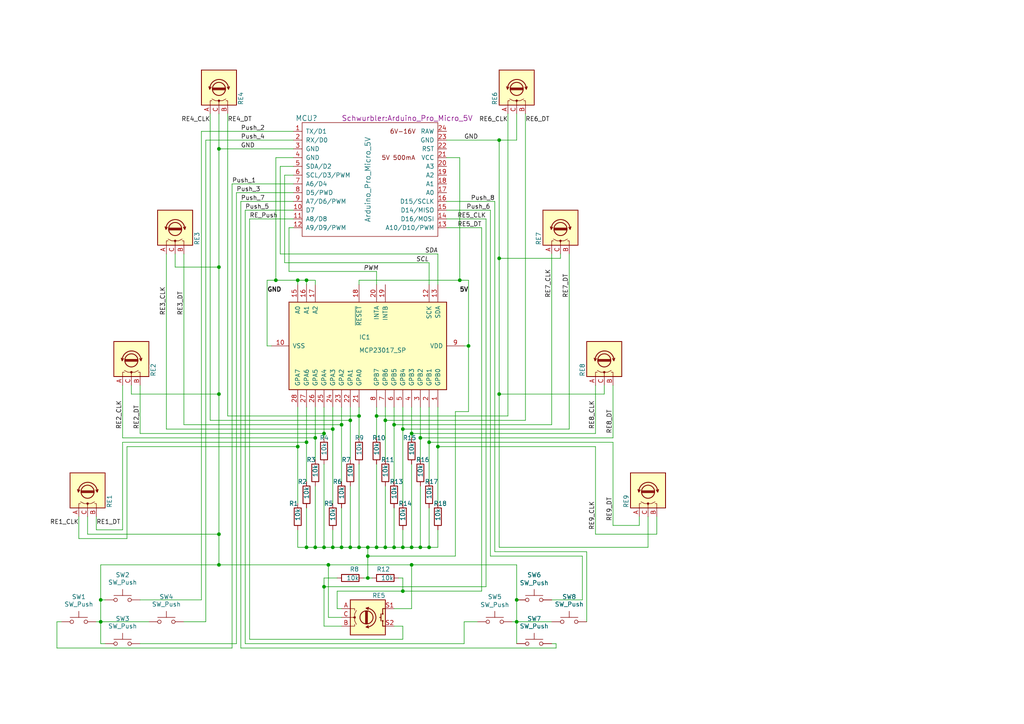
<source format=kicad_sch>
(kicad_sch (version 20211123) (generator eeschema)
  (paper "A4")
  (title_block (title "Schwurbler - Schwurbler360 -2022") (date "2022-02-04") (rev "1.1.0") (company "Happy Shooting Community") (comment 1 "Inputs: 8 Button 8 Rotary Encoder, 1 Rotary Encoder w. Button") (comment 2 "Connection: USB") (comment 3 "MCU: Arduino Pro Micro"))
  (lib_symbols
    (symbol "Device:R" (pin_numbers hide) (pin_names (offset 0))
      (property "Reference" "R" (at 2.032 0 90))
      (property "Value" "R" (at 0 0 90))
      (symbol "R_0_1"
        (rectangle (start -1.016 -2.54) (end 1.016 2.54) (stroke (width 0.254)))
      )
      (symbol "R_1_1"
        (pin passive line (at 0 3.81 270) (length 1.27) (name "~") (number "1"))
        (pin passive line (at 0 -3.81 90) (length 1.27) (name "~") (number "2"))
      )
    )
    (symbol "Device:RotaryEncoder" (pin_names (offset 0.254) hide)
      (property "Reference" "SW" (at 0 6.604 0))
      (property "Value" "RotaryEncoder" (at 0 -6.604 0))
      (symbol "RotaryEncoder_0_1"
        (rectangle (start -5.08 5.08) (end 5.08 -5.08) (stroke (width 0.254)) (fill (type background)))
        (circle (center -3.81 0) (radius 0.254) (fill (type outline)))
        (arc (start -0.381 -2.794) (mid 2.3622 -0.0635) (end -0.381 2.667) (stroke (width 0.254)))
        (circle (center -0.381 0) (radius 1.905) (stroke (width 0.254)))
        (polyline (pts (xy -0.635 -1.778) (xy -0.635 1.778)) (stroke (width 0.254)))
        (polyline (pts (xy -0.381 -1.778) (xy -0.381 1.778)) (stroke (width 0.254)))
        (polyline (pts (xy -0.127 1.778) (xy -0.127 -1.778)) (stroke (width 0.254)))
        (polyline (pts (xy -5.08 -2.54) (xy -3.81 -2.54) (xy -3.81 -2.032)))
        (polyline (pts (xy -5.08 2.54) (xy -3.81 2.54) (xy -3.81 2.032)))
        (polyline (pts (xy 0.254 -3.048) (xy -0.508 -2.794) (xy 0.127 -2.413)) (stroke (width 0.254)))
        (polyline (pts (xy 0.254 2.921) (xy -0.508 2.667) (xy 0.127 2.286)) (stroke (width 0.254)))
        (polyline (pts (xy -5.08 0) (xy -3.81 0) (xy -3.81 -1.016) (xy -3.302 -2.032)))
        (polyline (pts (xy -4.318 0) (xy -3.81 0) (xy -3.81 1.016) (xy -3.302 2.032)))
      )
      (symbol "RotaryEncoder_1_1"
        (pin passive line (at -7.62 2.54 0) (length 2.54) (name "A") (number "A"))
        (pin passive line (at -7.62 -2.54 0) (length 2.54) (name "B") (number "B"))
        (pin passive line (at -7.62 0 0) (length 2.54) (name "C") (number "C"))
      )
    )
    (symbol "Device:RotaryEncoder_Switch" (pin_names (offset 0.254) hide)
      (property "Reference" "SW" (at 0 6.604 0))
      (property "Value" "RotaryEncoder_Switch" (at 0 -6.604 0))
      (symbol "RotaryEncoder_Switch_0_1"
        (rectangle (start -5.08 5.08) (end 5.08 -5.08) (stroke (width 0.254)) (fill (type background)))
        (circle (center -3.81 0) (radius 0.254) (fill (type outline)))
        (arc (start -0.381 -2.794) (mid 2.3622 -0.0635) (end -0.381 2.667) (stroke (width 0.254)))
        (circle (center -0.381 0) (radius 1.905) (stroke (width 0.254)))
        (polyline (pts (xy -0.635 -1.778) (xy -0.635 1.778)) (stroke (width 0.254)))
        (polyline (pts (xy -0.381 -1.778) (xy -0.381 1.778)) (stroke (width 0.254)))
        (polyline (pts (xy -0.127 1.778) (xy -0.127 -1.778)) (stroke (width 0.254)))
        (polyline (pts (xy 3.81 0) (xy 3.429 0)) (stroke (width 0.254)))
        (polyline (pts (xy 3.81 1.016) (xy 3.81 -1.016)) (stroke (width 0.254)))
        (polyline (pts (xy -5.08 -2.54) (xy -3.81 -2.54) (xy -3.81 -2.032)))
        (polyline (pts (xy -5.08 2.54) (xy -3.81 2.54) (xy -3.81 2.032)))
        (polyline (pts (xy 0.254 -3.048) (xy -0.508 -2.794) (xy 0.127 -2.413)) (stroke (width 0.254)))
        (polyline (pts (xy 0.254 2.921) (xy -0.508 2.667) (xy 0.127 2.286)) (stroke (width 0.254)))
        (polyline (pts (xy 5.08 -2.54) (xy 4.318 -2.54) (xy 4.318 -1.016)) (stroke (width 0.254)))
        (polyline (pts (xy 5.08 2.54) (xy 4.318 2.54) (xy 4.318 1.016)) (stroke (width 0.254)))
        (polyline (pts (xy -5.08 0) (xy -3.81 0) (xy -3.81 -1.016) (xy -3.302 -2.032)))
        (polyline (pts (xy -4.318 0) (xy -3.81 0) (xy -3.81 1.016) (xy -3.302 2.032)))
        (circle (center 4.318 -1.016) (radius 0.127) (stroke (width 0.254)))
        (circle (center 4.318 1.016) (radius 0.127) (stroke (width 0.254)))
      )
      (symbol "RotaryEncoder_Switch_1_1"
        (pin passive line (at -7.62 2.54 0) (length 2.54) (name "A") (number "A"))
        (pin passive line (at -7.62 -2.54 0) (length 2.54) (name "B") (number "B"))
        (pin passive line (at -7.62 0 0) (length 2.54) (name "C") (number "C"))
        (pin passive line (at 7.62 2.54 180) (length 2.54) (name "S1") (number "S1"))
        (pin passive line (at 7.62 -2.54 180) (length 2.54) (name "S2") (number "S2"))
      )
    )
    (symbol "Interface_Expansion:MCP23017_SP" (pin_names (offset 1.016))
      (property "Reference" "U" (at -11.43 24.13 0))
      (property "Value" "MCP23017_SP" (at 0 0 0))
      (symbol "MCP23017_SP_0_1"
        (rectangle (start -12.7 22.86) (end 12.7 -22.86) (stroke (width 0.254)) (fill (type background)))
      )
      (symbol "MCP23017_SP_1_1"
        (pin bidirectional line (at 17.78 20.32 180) (length 5.08) (name "GPB0") (number "1"))
        (pin power_in line (at 0 -27.94 90) (length 5.08) (name "VSS") (number "10"))
        (pin no_connect line (at -12.7 15.24 0) (length 5.08) hide (name "NC") (number "11"))
        (pin input line (at -17.78 17.78 0) (length 5.08) (name "SCK") (number "12"))
        (pin bidirectional line (at -17.78 20.32 0) (length 5.08) (name "SDA") (number "13"))
        (pin no_connect line (at -12.7 12.7 0) (length 5.08) hide (name "NC") (number "14"))
        (pin input line (at -17.78 -20.32 0) (length 5.08) (name "A0") (number "15"))
        (pin input line (at -17.78 -17.78 0) (length 5.08) (name "A1") (number "16"))
        (pin input line (at -17.78 -15.24 0) (length 5.08) (name "A2") (number "17"))
        (pin input line (at -17.78 -2.54 0) (length 5.08) (name "~{RESET}") (number "18"))
        (pin tri_state line (at -17.78 5.08 0) (length 5.08) (name "INTB") (number "19"))
        (pin bidirectional line (at 17.78 17.78 180) (length 5.08) (name "GPB1") (number "2"))
        (pin tri_state line (at -17.78 2.54 0) (length 5.08) (name "INTA") (number "20"))
        (pin bidirectional line (at 17.78 -2.54 180) (length 5.08) (name "GPA0") (number "21"))
        (pin bidirectional line (at 17.78 -5.08 180) (length 5.08) (name "GPA1") (number "22"))
        (pin bidirectional line (at 17.78 -7.62 180) (length 5.08) (name "GPA2") (number "23"))
        (pin bidirectional line (at 17.78 -10.16 180) (length 5.08) (name "GPA3") (number "24"))
        (pin bidirectional line (at 17.78 -12.7 180) (length 5.08) (name "GPA4") (number "25"))
        (pin bidirectional line (at 17.78 -15.24 180) (length 5.08) (name "GPA5") (number "26"))
        (pin bidirectional line (at 17.78 -17.78 180) (length 5.08) (name "GPA6") (number "27"))
        (pin bidirectional line (at 17.78 -20.32 180) (length 5.08) (name "GPA7") (number "28"))
        (pin bidirectional line (at 17.78 15.24 180) (length 5.08) (name "GPB2") (number "3"))
        (pin bidirectional line (at 17.78 12.7 180) (length 5.08) (name "GPB3") (number "4"))
        (pin bidirectional line (at 17.78 10.16 180) (length 5.08) (name "GPB4") (number "5"))
        (pin bidirectional line (at 17.78 7.62 180) (length 5.08) (name "GPB5") (number "6"))
        (pin bidirectional line (at 17.78 5.08 180) (length 5.08) (name "GPB6") (number "7"))
        (pin bidirectional line (at 17.78 2.54 180) (length 5.08) (name "GPB7") (number "8"))
        (pin power_in line (at 0 27.94 270) (length 5.08) (name "VDD") (number "9"))
      )
    )
    (symbol "Schwurbler:Arduino_Pro_Micro_5V" (pin_names (offset 1.016))
      (property "Reference" "MCU" (at 27.94 0 0))
      (property "Value" "Arduino_Pro_Micro_5V" (at 6.35 0 0))
      (symbol "Arduino_Pro_Micro_5V_0_0"
        (rectangle (start -8.89 -1.27) (end 30.48 -34.29))
        (text "5V 500mA" (at 19.05 -11.43 0) (effects (font (size 1.27 1.27))))
        (text "6V-16V" (at 20.32 -3.81 0) (effects (font (size 1.27 1.27))))
      )
      (symbol "Arduino_Pro_Micro_5V_1_1"
        (pin bidirectional line (at -11.43 -3.81 0) (length 2.54) (name "TX/D1") (number "1"))
        (pin bidirectional line (at -11.43 -26.67 0) (length 2.54) (name "D7") (number "10"))
        (pin bidirectional line (at -11.43 -29.21 0) (length 2.54) (name "A8/D8") (number "11"))
        (pin bidirectional line (at -11.43 -31.75 0) (length 2.54) (name "A9/D9/PWM") (number "12"))
        (pin bidirectional line (at 33.02 -31.75 180) (length 2.54) (name "A10/D10/PWM") (number "13"))
        (pin bidirectional line (at 33.02 -29.21 180) (length 2.54) (name "D16/MOSI") (number "14"))
        (pin bidirectional line (at 33.02 -26.67 180) (length 2.54) (name "D14/MISO") (number "15"))
        (pin bidirectional line (at 33.02 -24.13 180) (length 2.54) (name "D15/SCLK") (number "16"))
        (pin bidirectional line (at 33.02 -21.59 180) (length 2.54) (name "A0") (number "17"))
        (pin bidirectional line (at 33.02 -19.05 180) (length 2.54) (name "A1") (number "18"))
        (pin bidirectional line (at 33.02 -16.51 180) (length 2.54) (name "A2") (number "19"))
        (pin bidirectional line (at -11.43 -6.35 0) (length 2.54) (name "RX/D0") (number "2"))
        (pin bidirectional line (at 33.02 -13.97 180) (length 2.54) (name "A3") (number "20"))
        (pin bidirectional line (at 33.02 -11.43 180) (length 2.54) (name "VCC") (number "21"))
        (pin input line (at 33.02 -8.89 180) (length 2.54) (name "RST") (number "22"))
        (pin output line (at 33.02 -6.35 180) (length 2.54) (name "GND") (number "23"))
        (pin bidirectional line (at 33.02 -3.81 180) (length 2.54) (name "RAW") (number "24"))
        (pin passive line (at -11.43 -8.89 0) (length 2.54) (name "GND") (number "3"))
        (pin passive line (at -11.43 -11.43 0) (length 2.54) (name "GND") (number "4"))
        (pin bidirectional line (at -11.43 -13.97 0) (length 2.54) (name "SDA/D2") (number "5"))
        (pin bidirectional line (at -11.43 -16.51 0) (length 2.54) (name "SCL/D3/PWM") (number "6"))
        (pin bidirectional line (at -11.43 -19.05 0) (length 2.54) (name "A6/D4") (number "7"))
        (pin bidirectional line (at -11.43 -21.59 0) (length 2.54) (name "D5/PWD") (number "8"))
        (pin bidirectional line (at -11.43 -24.13 0) (length 2.54) (name "A7/D6/PWM") (number "9"))
      )
    )
    (symbol "Switch:SW_Push" (pin_numbers hide) (pin_names (offset 1.016) hide)
      (property "Reference" "SW" (at 1.27 2.54 0))
      (property "Value" "SW_Push" (at 0 -1.524 0))
      (symbol "SW_Push_0_1"
        (circle (center -2.032 0) (radius 0.508))
        (polyline (pts (xy 0 1.27) (xy 0 3.048)))
        (polyline (pts (xy 2.54 1.27) (xy -2.54 1.27)))
        (circle (center 2.032 0) (radius 0.508))
        (pin passive line (at -5.08 0 0) (length 2.54) (name "1") (number "1"))
        (pin passive line (at 5.08 0 180) (length 2.54) (name "2") (number "2"))
      )
    )
  )
  (junction (at 86.36 129.54))
  (junction (at 119.38 163.83))
  (junction (at 116.84 158.75))
  (junction (at 124.46 128.27))
  (junction (at 93.98 125.73))
  (junction (at 127 129.54))
  (junction (at 63.5 154.94))
  (junction (at 106.68 167.64))
  (junction (at 116.84 171.45))
  (junction (at 111.76 121.92))
  (junction (at 101.6 121.92))
  (junction (at 101.6 158.75))
  (junction (at 63.5 163.83))
  (junction (at 80.01 81.28))
  (junction (at 119.38 158.75))
  (junction (at 144.78 114.3))
  (junction (at 96.52 158.75))
  (junction (at 99.06 158.75))
  (junction (at 106.68 161.29))
  (junction (at 99.06 123.19))
  (junction (at 96.52 124.46))
  (junction (at 124.46 158.75))
  (junction (at 111.76 158.75))
  (junction (at 119.38 125.73))
  (junction (at 88.9 158.75))
  (junction (at 109.22 158.75))
  (junction (at 133.35 81.28))
  (junction (at 121.92 127))
  (junction (at 114.3 158.75))
  (junction (at 104.14 120.65))
  (junction (at 86.36 81.28))
  (junction (at 135.89 100.33))
  (junction (at 144.78 74.93))
  (junction (at 121.92 158.75))
  (junction (at 109.22 120.65))
  (junction (at 93.98 158.75))
  (junction (at 144.78 40.64))
  (junction (at 149.86 180.34))
  (junction (at 95.25 163.83))
  (junction (at 91.44 158.75))
  (junction (at 63.5 43.18))
  (junction (at 149.86 173.99))
  (junction (at 91.44 127))
  (junction (at 88.9 81.28))
  (junction (at 114.3 123.19))
  (junction (at 29.21 173.99))
  (junction (at 93.98 170.18))
  (junction (at 116.84 124.46))
  (junction (at 106.68 158.75))
  (junction (at 63.5 114.3))
  (junction (at 88.9 128.27))
  (junction (at 29.21 180.34))
  (junction (at 104.14 158.75))
  (junction (at 63.5 77.47))
  (wire (pts (xy 119.38 125.73) (xy 119.38 118.11)))
  (wire (pts (xy 30.48 173.99) (xy 29.21 173.99)))
  (wire (pts (xy 135.89 100.33) (xy 135.89 119.38)))
  (wire (pts (xy 93.98 170.18) (xy 140.97 170.18)))
  (wire (pts (xy 133.35 81.28) (xy 135.89 81.28)))
  (wire (pts (xy 35.56 128.27) (xy 35.56 153.67)))
  (wire (pts (xy 88.9 81.28) (xy 88.9 82.55)))
  (wire (pts (xy 96.52 146.05) (xy 96.52 124.46)))
  (wire (pts (xy 63.5 33.02) (xy 63.5 43.18)))
  (wire (pts (xy 88.9 147.32) (xy 88.9 158.75)))
  (wire (pts (xy 99.06 158.75) (xy 96.52 158.75)))
  (wire (pts (xy 104.14 120.65) (xy 104.14 127)))
  (wire (pts (xy 68.58 186.69) (xy 68.58 55.88)))
  (wire (pts (xy 114.3 158.75) (xy 116.84 158.75)))
  (wire (pts (xy 187.96 149.86) (xy 187.96 158.75)))
  (wire (pts (xy 144.78 40.64) (xy 149.86 40.64)))
  (wire (pts (xy 35.56 127) (xy 91.44 127)))
  (wire (pts (xy 187.96 158.75) (xy 144.78 158.75)))
  (wire (pts (xy 119.38 176.53) (xy 119.38 163.83)))
  (wire (pts (xy 114.3 123.19) (xy 114.3 139.7)))
  (wire (pts (xy 50.8 73.66) (xy 50.8 77.47)))
  (wire (pts (xy 97.79 171.45) (xy 116.84 171.45)))
  (wire (pts (xy 81.28 48.26) (xy 85.09 48.26)))
  (wire (pts (xy 72.39 185.42) (xy 72.39 63.5)))
  (wire (pts (xy 116.84 146.05) (xy 116.84 124.46)))
  (wire (pts (xy 95.25 163.83) (xy 119.38 163.83)))
  (wire (pts (xy 82.55 50.8) (xy 82.55 76.2)))
  (wire (pts (xy 116.84 153.67) (xy 116.84 158.75)))
  (wire (pts (xy 58.42 38.1) (xy 85.09 38.1)))
  (wire (pts (xy 86.36 129.54) (xy 86.36 118.11)))
  (wire (pts (xy 96.52 158.75) (xy 93.98 158.75)))
  (wire (pts (xy 160.02 173.99) (xy 168.91 173.99)))
  (wire (pts (xy 25.4 149.86) (xy 25.4 154.94)))
  (wire (pts (xy 142.24 60.96) (xy 142.24 161.29)))
  (wire (pts (xy 116.84 171.45) (xy 139.7 171.45)))
  (wire (pts (xy 48.26 124.46) (xy 48.26 73.66)))
  (wire (pts (xy 140.97 63.5) (xy 140.97 170.18)))
  (wire (pts (xy 63.5 114.3) (xy 63.5 154.94)))
  (wire (pts (xy 91.44 140.97) (xy 91.44 158.75)))
  (wire (pts (xy 111.76 121.92) (xy 111.76 118.11)))
  (wire (pts (xy 127 82.55) (xy 127 73.66)))
  (wire (pts (xy 93.98 158.75) (xy 91.44 158.75)))
  (wire (pts (xy 109.22 120.65) (xy 109.22 127)))
  (wire (pts (xy 109.22 120.65) (xy 109.22 118.11)))
  (wire (pts (xy 138.43 180.34) (xy 134.62 180.34)))
  (wire (pts (xy 85.09 58.42) (xy 69.85 58.42)))
  (wire (pts (xy 40.64 186.69) (xy 68.58 186.69)))
  (wire (pts (xy 185.42 152.4) (xy 185.42 149.86)))
  (wire (pts (xy 116.84 124.46) (xy 116.84 118.11)))
  (wire (pts (xy 83.82 66.04) (xy 85.09 66.04)))
  (wire (pts (xy 106.68 167.64) (xy 106.68 161.29)))
  (wire (pts (xy 106.68 161.29) (xy 132.08 161.29)))
  (wire (pts (xy 63.5 77.47) (xy 63.5 114.3)))
  (wire (pts (xy 59.69 40.64) (xy 59.69 180.34)))
  (wire (pts (xy 50.8 77.47) (xy 63.5 77.47)))
  (wire (pts (xy 111.76 140.97) (xy 111.76 158.75)))
  (wire (pts (xy 104.14 158.75) (xy 101.6 158.75)))
  (wire (pts (xy 124.46 147.32) (xy 124.46 158.75)))
  (wire (pts (xy 95.25 179.07) (xy 99.06 179.07)))
  (wire (pts (xy 116.84 124.46) (xy 165.1 124.46)))
  (wire (pts (xy 83.82 78.74) (xy 109.22 78.74)))
  (wire (pts (xy 177.8 111.76) (xy 177.8 127)))
  (wire (pts (xy 101.6 140.97) (xy 101.6 158.75)))
  (wire (pts (xy 129.54 58.42) (xy 143.51 58.42)))
  (wire (pts (xy 96.52 153.67) (xy 96.52 158.75)))
  (wire (pts (xy 116.84 158.75) (xy 119.38 158.75)))
  (wire (pts (xy 177.8 152.4) (xy 185.42 152.4)))
  (wire (pts (xy 66.04 120.65) (xy 104.14 120.65)))
  (wire (pts (xy 106.68 158.75) (xy 106.68 161.29)))
  (wire (pts (xy 93.98 181.61) (xy 93.98 170.18)))
  (wire (pts (xy 132.08 161.29) (xy 132.08 119.38)))
  (wire (pts (xy 77.47 81.28) (xy 77.47 100.33)))
  (wire (pts (xy 109.22 134.62) (xy 109.22 158.75)))
  (wire (pts (xy 88.9 128.27) (xy 88.9 139.7)))
  (wire (pts (xy 38.1 111.76) (xy 38.1 114.3)))
  (wire (pts (xy 144.78 40.64) (xy 144.78 74.93)))
  (wire (pts (xy 80.01 81.28) (xy 86.36 81.28)))
  (wire (pts (xy 67.31 53.34) (xy 67.31 187.96)))
  (wire (pts (xy 69.85 187.96) (xy 161.29 187.96)))
  (wire (pts (xy 96.52 124.46) (xy 96.52 118.11)))
  (wire (pts (xy 142.24 161.29) (xy 168.91 161.29)))
  (wire (pts (xy 119.38 134.62) (xy 119.38 158.75)))
  (wire (pts (xy 27.94 180.34) (xy 29.21 180.34)))
  (wire (pts (xy 29.21 163.83) (xy 63.5 163.83)))
  (wire (pts (xy 121.92 158.75) (xy 124.46 158.75)))
  (wire (pts (xy 83.82 66.04) (xy 83.82 78.74)))
  (wire (pts (xy 177.8 128.27) (xy 177.8 152.4)))
  (wire (pts (xy 124.46 128.27) (xy 177.8 128.27)))
  (wire (pts (xy 29.21 163.83) (xy 29.21 173.99)))
  (wire (pts (xy 106.68 167.64) (xy 107.95 167.64)))
  (wire (pts (xy 36.83 156.21) (xy 22.86 156.21)))
  (wire (pts (xy 81.28 48.26) (xy 81.28 73.66)))
  (wire (pts (xy 135.89 81.28) (xy 135.89 100.33)))
  (wire (pts (xy 149.86 173.99) (xy 149.86 180.34)))
  (wire (pts (xy 129.54 60.96) (xy 142.24 60.96)))
  (wire (pts (xy 149.86 180.34) (xy 149.86 186.69)))
  (wire (pts (xy 93.98 170.18) (xy 93.98 167.64)))
  (wire (pts (xy 147.32 33.02) (xy 147.32 120.65)))
  (wire (pts (xy 16.51 187.96) (xy 16.51 180.34)))
  (wire (pts (xy 22.86 156.21) (xy 22.86 149.86)))
  (wire (pts (xy 29.21 180.34) (xy 29.21 186.69)))
  (wire (pts (xy 93.98 125.73) (xy 93.98 118.11)))
  (wire (pts (xy 86.36 158.75) (xy 86.36 153.67)))
  (wire (pts (xy 66.04 33.02) (xy 66.04 120.65)))
  (wire (pts (xy 101.6 158.75) (xy 99.06 158.75)))
  (wire (pts (xy 149.86 33.02) (xy 149.86 40.64)))
  (wire (pts (xy 48.26 124.46) (xy 96.52 124.46)))
  (wire (pts (xy 104.14 158.75) (xy 106.68 158.75)))
  (wire (pts (xy 114.3 176.53) (xy 119.38 176.53)))
  (wire (pts (xy 16.51 180.34) (xy 17.78 180.34)))
  (wire (pts (xy 111.76 158.75) (xy 114.3 158.75)))
  (wire (pts (xy 29.21 180.34) (xy 43.18 180.34)))
  (wire (pts (xy 111.76 121.92) (xy 111.76 133.35)))
  (wire (pts (xy 104.14 120.65) (xy 104.14 118.11)))
  (wire (pts (xy 88.9 81.28) (xy 91.44 81.28)))
  (wire (pts (xy 133.35 45.72) (xy 133.35 81.28)))
  (wire (pts (xy 139.7 66.04) (xy 129.54 66.04)))
  (wire (pts (xy 109.22 78.74) (xy 109.22 82.55)))
  (wire (pts (xy 85.09 40.64) (xy 59.69 40.64)))
  (wire (pts (xy 116.84 181.61) (xy 116.84 185.42)))
  (wire (pts (xy 99.06 123.19) (xy 99.06 139.7)))
  (wire (pts (xy 101.6 133.35) (xy 101.6 121.92)))
  (wire (pts (xy 104.14 134.62) (xy 104.14 158.75)))
  (wire (pts (xy 121.92 127) (xy 121.92 118.11)))
  (wire (pts (xy 127 129.54) (xy 127 118.11)))
  (wire (pts (xy 99.06 123.19) (xy 99.06 118.11)))
  (wire (pts (xy 86.36 81.28) (xy 88.9 81.28)))
  (wire (pts (xy 127 129.54) (xy 172.72 129.54)))
  (wire (pts (xy 93.98 127) (xy 93.98 125.73)))
  (wire (pts (xy 53.34 123.19) (xy 99.06 123.19)))
  (wire (pts (xy 143.51 58.42) (xy 143.51 160.02)))
  (wire (pts (xy 63.5 154.94) (xy 63.5 163.83)))
  (wire (pts (xy 40.64 173.99) (xy 58.42 173.99)))
  (wire (pts (xy 152.4 33.02) (xy 152.4 121.92)))
  (wire (pts (xy 124.46 76.2) (xy 82.55 76.2)))
  (wire (pts (xy 161.29 186.69) (xy 160.02 186.69)))
  (wire (pts (xy 162.56 74.93) (xy 144.78 74.93)))
  (wire (pts (xy 58.42 38.1) (xy 58.42 173.99)))
  (wire (pts (xy 99.06 176.53) (xy 97.79 176.53)))
  (wire (pts (xy 119.38 127) (xy 119.38 125.73)))
  (wire (pts (xy 36.83 129.54) (xy 36.83 156.21)))
  (wire (pts (xy 91.44 81.28) (xy 91.44 82.55)))
  (wire (pts (xy 53.34 123.19) (xy 53.34 73.66)))
  (wire (pts (xy 40.64 125.73) (xy 93.98 125.73)))
  (wire (pts (xy 78.74 100.33) (xy 77.47 100.33)))
  (wire (pts (xy 105.41 167.64) (xy 106.68 167.64)))
  (wire (pts (xy 119.38 163.83) (xy 149.86 163.83)))
  (wire (pts (xy 67.31 53.34) (xy 85.09 53.34)))
  (wire (pts (xy 116.84 167.64) (xy 116.84 171.45)))
  (wire (pts (xy 88.9 158.75) (xy 86.36 158.75)))
  (wire (pts (xy 127 73.66) (xy 81.28 73.66)))
  (wire (pts (xy 27.94 149.86) (xy 27.94 153.67)))
  (wire (pts (xy 139.7 66.04) (xy 139.7 171.45)))
  (wire (pts (xy 82.55 50.8) (xy 85.09 50.8)))
  (wire (pts (xy 104.14 81.28) (xy 104.14 82.55)))
  (wire (pts (xy 170.18 160.02) (xy 143.51 160.02)))
  (wire (pts (xy 148.59 180.34) (xy 149.86 180.34)))
  (wire (pts (xy 38.1 114.3) (xy 63.5 114.3)))
  (wire (pts (xy 29.21 186.69) (xy 30.48 186.69)))
  (wire (pts (xy 95.25 179.07) (xy 95.25 163.83)))
  (wire (pts (xy 71.12 186.69) (xy 134.62 186.69)))
  (wire (pts (xy 114.3 123.19) (xy 114.3 118.11)))
  (wire (pts (xy 85.09 55.88) (xy 68.58 55.88)))
  (wire (pts (xy 93.98 134.62) (xy 93.98 158.75)))
  (wire (pts (xy 121.92 133.35) (xy 121.92 127)))
  (wire (pts (xy 116.84 181.61) (xy 114.3 181.61)))
  (wire (pts (xy 85.09 60.96) (xy 71.12 60.96)))
  (wire (pts (xy 119.38 158.75) (xy 121.92 158.75)))
  (wire (pts (xy 161.29 186.69) (xy 161.29 187.96)))
  (wire (pts (xy 124.46 139.7) (xy 124.46 128.27)))
  (wire (pts (xy 175.26 111.76) (xy 175.26 114.3)))
  (wire (pts (xy 63.5 163.83) (xy 95.25 163.83)))
  (wire (pts (xy 121.92 127) (xy 177.8 127)))
  (wire (pts (xy 168.91 173.99) (xy 168.91 161.29)))
  (wire (pts (xy 35.56 127) (xy 35.56 111.76)))
  (wire (pts (xy 86.36 82.55) (xy 86.36 81.28)))
  (wire (pts (xy 132.08 119.38) (xy 135.89 119.38)))
  (wire (pts (xy 114.3 123.19) (xy 160.02 123.19)))
  (wire (pts (xy 140.97 63.5) (xy 129.54 63.5)))
  (wire (pts (xy 172.72 129.54) (xy 172.72 154.94)))
  (wire (pts (xy 72.39 185.42) (xy 116.84 185.42)))
  (wire (pts (xy 69.85 58.42) (xy 69.85 187.96)))
  (wire (pts (xy 77.47 81.28) (xy 80.01 81.28)))
  (wire (pts (xy 85.09 45.72) (xy 80.01 45.72)))
  (wire (pts (xy 129.54 40.64) (xy 144.78 40.64)))
  (wire (pts (xy 99.06 181.61) (xy 93.98 181.61)))
  (wire (pts (xy 60.96 121.92) (xy 101.6 121.92)))
  (wire (pts (xy 124.46 158.75) (xy 127 158.75)))
  (wire (pts (xy 60.96 33.02) (xy 60.96 121.92)))
  (wire (pts (xy 172.72 154.94) (xy 190.5 154.94)))
  (wire (pts (xy 165.1 124.46) (xy 165.1 73.66)))
  (wire (pts (xy 109.22 158.75) (xy 111.76 158.75)))
  (wire (pts (xy 124.46 76.2) (xy 124.46 82.55)))
  (wire (pts (xy 144.78 74.93) (xy 144.78 114.3)))
  (wire (pts (xy 53.34 180.34) (xy 59.69 180.34)))
  (wire (pts (xy 149.86 163.83) (xy 149.86 173.99)))
  (wire (pts (xy 63.5 43.18) (xy 63.5 77.47)))
  (wire (pts (xy 36.83 129.54) (xy 86.36 129.54)))
  (wire (pts (xy 88.9 128.27) (xy 88.9 118.11)))
  (wire (pts (xy 109.22 120.65) (xy 147.32 120.65)))
  (wire (pts (xy 93.98 167.64) (xy 97.79 167.64)))
  (wire (pts (xy 160.02 180.34) (xy 149.86 180.34)))
  (wire (pts (xy 134.62 100.33) (xy 135.89 100.33)))
  (wire (pts (xy 25.4 154.94) (xy 63.5 154.94)))
  (wire (pts (xy 134.62 180.34) (xy 134.62 186.69)))
  (wire (pts (xy 72.39 63.5) (xy 85.09 63.5)))
  (wire (pts (xy 80.01 45.72) (xy 80.01 81.28)))
  (wire (pts (xy 91.44 127) (xy 91.44 118.11)))
  (wire (pts (xy 29.21 180.34) (xy 29.21 173.99)))
  (wire (pts (xy 97.79 176.53) (xy 97.79 171.45)))
  (wire (pts (xy 99.06 147.32) (xy 99.06 158.75)))
  (wire (pts (xy 190.5 154.94) (xy 190.5 149.86)))
  (wire (pts (xy 91.44 158.75) (xy 88.9 158.75)))
  (wire (pts (xy 175.26 114.3) (xy 144.78 114.3)))
  (wire (pts (xy 86.36 129.54) (xy 86.36 146.05)))
  (wire (pts (xy 104.14 81.28) (xy 133.35 81.28)))
  (wire (pts (xy 127 129.54) (xy 127 146.05)))
  (wire (pts (xy 71.12 60.96) (xy 71.12 186.69)))
  (wire (pts (xy 111.76 121.92) (xy 152.4 121.92)))
  (wire (pts (xy 40.64 125.73) (xy 40.64 111.76)))
  (wire (pts (xy 114.3 147.32) (xy 114.3 158.75)))
  (wire (pts (xy 144.78 114.3) (xy 144.78 158.75)))
  (wire (pts (xy 133.35 45.72) (xy 129.54 45.72)))
  (wire (pts (xy 16.51 187.96) (xy 67.31 187.96)))
  (wire (pts (xy 124.46 128.27) (xy 124.46 118.11)))
  (wire (pts (xy 172.72 125.73) (xy 172.72 111.76)))
  (wire (pts (xy 121.92 140.97) (xy 121.92 158.75)))
  (wire (pts (xy 119.38 125.73) (xy 172.72 125.73)))
  (wire (pts (xy 115.57 167.64) (xy 116.84 167.64)))
  (wire (pts (xy 127 158.75) (xy 127 153.67)))
  (wire (pts (xy 170.18 160.02) (xy 170.18 180.34)))
  (wire (pts (xy 27.94 153.67) (xy 35.56 153.67)))
  (wire (pts (xy 35.56 128.27) (xy 88.9 128.27)))
  (wire (pts (xy 63.5 43.18) (xy 85.09 43.18)))
  (wire (pts (xy 91.44 133.35) (xy 91.44 127)))
  (wire (pts (xy 160.02 123.19) (xy 160.02 73.66)))
  (wire (pts (xy 162.56 73.66) (xy 162.56 74.93)))
  (wire (pts (xy 101.6 121.92) (xy 101.6 118.11)))
  (wire (pts (xy 106.68 158.75) (xy 109.22 158.75)))
  (label "Push_4" (at 69.85 40.64 0))
  (label "RE8_DT" (at 177.8 125.73 90))
  (label "Push_8" (at 143.51 58.42 180))
  (label "GND" (at 69.85 43.18 0))
  (label "RE7_CLK" (at 160.02 86.36 90))
  (label "RE_Push" (at 72.39 63.5 0))
  (label "RE6_DT" (at 152.4 35.56 0))
  (label "5V" (at 135.89 85.09 180) (effects (font (thickness 0.254) bold)))
  (label "Push_7" (at 69.85 58.42 0))
  (label "RE3_CLK" (at 48.26 91.44 90))
  (label "RE8_CLK" (at 172.72 124.46 90))
  (label "RE3_DT" (at 53.34 91.44 90))
  (label "RE6_CLK" (at 147.32 35.56 180))
  (label "RE9_DT" (at 177.8 151.13 90))
  (label "RE7_DT" (at 165.1 86.36 90))
  (label "Push_2" (at 69.85 38.1 0))
  (label "Push_1" (at 67.31 53.34 0))
  (label "Push_5" (at 71.12 60.96 0))
  (label "RE2_DT" (at 40.64 124.46 90))
  (label "RE1_CLK" (at 22.86 152.4 180))
  (label "RE4_CLK" (at 60.96 35.56 180))
  (label "RE5_DT" (at 139.7 66.04 180))
  (label "GND" (at 134.62 40.64 0))
  (label "GND" (at 77.47 85.09 0) (effects (font (thickness 0.254) bold)))
  (label "SCL" (at 120.65 76.2 0) (effects (font italic)))
  (label "RE1_DT" (at 27.94 152.4 0))
  (label "PWM" (at 105.41 78.74 0) (effects (font italic)))
  (label "SDA" (at 123.19 73.66 0) (effects (font italic)))
  (label "Push_6" (at 142.24 60.96 180))
  (label "RE2_CLK" (at 35.56 124.46 90))
  (label "RE5_CLK" (at 140.97 63.5 180))
  (label "Push_3" (at 68.58 55.88 0))
  (label "RE4_DT" (at 66.04 35.56 0))
  (label "RE9_CLK" (at 172.72 153.67 90))
  (symbol (lib_id "Device:RotaryEncoder") (at 38.1 104.14 90) (unit 1)
    (property "Reference" "RE2" (at 44.45 109.22 0) (effects (justify left)))
    (property "Value" "Rotary_Encoder_Switch" (effects hide))
    (property "Footprint" "Rotary_Encoder:RotaryEncoder_Alps_EC11E-Switch_Vertical_H20mm_CircularMountingHoles" (effects hide))
  )
  (symbol (lib_id "Device:RotaryEncoder") (at 25.4 142.24 90) (unit 1)
    (property "Reference" "RE1" (at 31.75 147.32 0) (effects (justify left)))
    (property "Value" "Rotary_Encoder_Switch" (effects hide))
    (property "Footprint" "Rotary_Encoder:RotaryEncoder_Alps_EC11E-Switch_Vertical_H20mm_CircularMountingHoles" (effects hide))
  )
  (symbol (lib_id "Device:R") (at 127 149.86 180) (unit 1)
    (property "Reference" "R18" (at 125.73 146.05 0) (effects (justify right)))
    (property "Value" "10k" (at 127 151.13 90) (effects (justify right)))
    (property "Footprint" "Resistor_THT:R_Axial_DIN0204_L3.6mm_D1.6mm_P7.62mm_Horizontal" (effects hide))
  )
  (symbol (lib_id "Device:R") (at 124.46 143.51 180) (unit 1)
    (property "Reference" "R17" (at 123.19 139.7 0) (effects (justify right)))
    (property "Value" "10k" (at 124.46 144.78 90) (effects (justify right)))
    (property "Footprint" "Resistor_THT:R_Axial_DIN0204_L3.6mm_D1.6mm_P7.62mm_Horizontal" (effects hide))
  )
  (symbol (lib_id "Device:R") (at 121.92 137.16 180) (unit 1)
    (property "Reference" "R16" (at 120.65 133.35 0) (effects (justify right)))
    (property "Value" "10k" (at 121.92 138.43 90) (effects (justify right)))
    (property "Footprint" "Resistor_THT:R_Axial_DIN0204_L3.6mm_D1.6mm_P7.62mm_Horizontal" (effects hide))
  )
  (symbol (lib_id "Device:R") (at 119.38 130.81 180) (unit 1)
    (property "Reference" "R15" (at 116.84 127 0) (effects (justify right)))
    (property "Value" "10k" (at 119.38 132.08 90) (effects (justify right)))
    (property "Footprint" "Resistor_THT:R_Axial_DIN0204_L3.6mm_D1.6mm_P7.62mm_Horizontal" (effects hide))
  )
  (symbol (lib_id "Device:R") (at 109.22 130.81 180) (unit 1)
    (property "Reference" "R10" (at 107.95 127 0) (effects (justify right)))
    (property "Value" "10k" (at 109.22 132.08 90) (effects (justify right)))
    (property "Footprint" "Resistor_THT:R_Axial_DIN0204_L3.6mm_D1.6mm_P7.62mm_Horizontal" (effects hide))
  )
  (symbol (lib_id "Device:R") (at 111.76 137.16 180) (unit 1)
    (property "Reference" "R11" (at 110.49 133.35 0) (effects (justify right)))
    (property "Value" "10k" (at 111.76 138.43 90) (effects (justify right)))
    (property "Footprint" "Resistor_THT:R_Axial_DIN0204_L3.6mm_D1.6mm_P7.62mm_Horizontal" (effects hide))
  )
  (symbol (lib_id "Device:R") (at 114.3 143.51 180) (unit 1)
    (property "Reference" "R13" (at 113.03 139.7 0) (effects (justify right)))
    (property "Value" "10k" (at 114.3 144.78 90) (effects (justify right)))
    (property "Footprint" "Resistor_THT:R_Axial_DIN0204_L3.6mm_D1.6mm_P7.62mm_Horizontal" (effects hide))
  )
  (symbol (lib_id "Device:R") (at 116.84 149.86 180) (unit 1)
    (property "Reference" "R14" (at 115.57 146.05 0) (effects (justify right)))
    (property "Value" "10k" (at 116.84 151.13 90) (effects (justify right)))
    (property "Footprint" "Resistor_THT:R_Axial_DIN0204_L3.6mm_D1.6mm_P7.62mm_Horizontal" (effects hide))
  )
  (symbol (lib_id "Device:R") (at 104.14 130.81 180) (unit 1)
    (property "Reference" "R9" (at 102.87 127 0) (effects (justify right)))
    (property "Value" "10k" (at 104.14 132.08 90) (effects (justify right)))
    (property "Footprint" "Resistor_THT:R_Axial_DIN0204_L3.6mm_D1.6mm_P7.62mm_Horizontal" (effects hide))
  )
  (symbol (lib_id "Device:R") (at 101.6 137.16 180) (unit 1)
    (property "Reference" "R7" (at 99.06 133.35 0) (effects (justify right)))
    (property "Value" "10k" (at 101.6 138.43 90) (effects (justify right)))
    (property "Footprint" "Resistor_THT:R_Axial_DIN0204_L3.6mm_D1.6mm_P7.62mm_Horizontal" (effects hide))
  )
  (symbol (lib_id "Device:R") (at 99.06 143.51 180) (unit 1)
    (property "Reference" "R6" (at 96.52 139.7 0) (effects (justify right)))
    (property "Value" "10k" (at 99.06 144.78 90) (effects (justify right)))
    (property "Footprint" "Resistor_THT:R_Axial_DIN0204_L3.6mm_D1.6mm_P7.62mm_Horizontal" (effects hide))
  )
  (symbol (lib_id "Device:R") (at 96.52 149.86 180) (unit 1)
    (property "Reference" "R5" (at 93.98 146.05 0) (effects (justify right)))
    (property "Value" "10k" (at 96.52 151.13 90) (effects (justify right)))
    (property "Footprint" "Resistor_THT:R_Axial_DIN0204_L3.6mm_D1.6mm_P7.62mm_Horizontal" (effects hide))
  )
  (symbol (lib_id "Device:R") (at 93.98 130.81 180) (unit 1)
    (property "Reference" "R4" (at 92.71 127 0) (effects (justify right)))
    (property "Value" "10k" (at 93.98 132.08 90) (effects (justify right)))
    (property "Footprint" "Resistor_THT:R_Axial_DIN0204_L3.6mm_D1.6mm_P7.62mm_Horizontal" (effects hide))
  )
  (symbol (lib_id "Device:R") (at 91.44 137.16 180) (unit 1)
    (property "Reference" "R3" (at 88.9 133.35 0) (effects (justify right)))
    (property "Value" "10k" (at 91.44 138.43 90) (effects (justify right)))
    (property "Footprint" "Resistor_THT:R_Axial_DIN0204_L3.6mm_D1.6mm_P7.62mm_Horizontal" (effects hide))
  )
  (symbol (lib_id "Device:R") (at 88.9 143.51 180) (unit 1)
    (property "Reference" "R2" (at 86.36 139.7 0) (effects (justify right)))
    (property "Value" "10k" (at 88.9 144.78 90) (effects (justify right)))
    (property "Footprint" "Resistor_THT:R_Axial_DIN0204_L3.6mm_D1.6mm_P7.62mm_Horizontal" (effects hide))
  )
  (symbol (lib_id "Device:R") (at 86.36 149.86 180) (unit 1)
    (property "Reference" "R1" (at 83.82 146.05 0) (effects (justify right)))
    (property "Value" "10k" (at 86.36 151.13 90) (effects (justify right)))
    (property "Footprint" "Resistor_THT:R_Axial_DIN0204_L3.6mm_D1.6mm_P1.90mm_Vertical" (effects hide))
  )
  (symbol (lib_id "Schwurbler:Arduino_Pro_Micro_5V") (at 96.52 34.29 0) (unit 1)
    (property "Reference" "MCU?" (at 88.9 34.29 0) (effects (font (size 1.524 1.524))))
    (property "Value" "Arduino_Pro_Micro_5V" (at 106.68 52.07 90) (effects (font (size 1.524 1.524))))
    (property "Footprint" "Schwurbler:Arduino_Pro_Micro_5V" (at 118.11 34.29 0) (effects (font (size 1.524 1.524))))
  )
  (symbol (lib_id "Switch:SW_Push") (at 154.94 173.99 0) (unit 1)
    (property "Reference" "SW6" (at 154.94 166.751 0))
    (property "Value" "SW_Push" (at 154.94 169.0624 0))
    (property "Footprint" "Button_Switch_THT:SW_PUSH_6mm_H5mm" (effects hide))
  )
  (symbol (lib_id "Switch:SW_Push") (at 143.51 180.34 0) (unit 1)
    (property "Reference" "SW5" (at 143.51 173.101 0))
    (property "Value" "SW_Push" (at 143.51 175.4124 0))
    (property "Footprint" "Button_Switch_THT:SW_PUSH_6mm_H5mm" (effects hide))
  )
  (symbol (lib_id "Switch:SW_Push") (at 165.1 180.34 0) (unit 1)
    (property "Reference" "SW8" (at 165.1 173.101 0))
    (property "Value" "SW_Push" (at 165.1 175.26 0))
    (property "Footprint" "Button_Switch_THT:SW_PUSH_6mm_H5mm" (effects hide))
  )
  (symbol (lib_id "Switch:SW_Push") (at 22.86 180.34 0) (unit 1)
    (property "Reference" "SW1" (at 22.86 173.101 0))
    (property "Value" "SW_Push" (at 22.86 175.26 0))
    (property "Footprint" "Button_Switch_THT:SW_PUSH_6mm_H5mm" (effects hide))
  )
  (symbol (lib_id "Device:RotaryEncoder") (at 50.8 66.04 90) (unit 1)
    (property "Reference" "RE3" (at 57.15 71.12 0) (effects (justify left)))
    (property "Value" "Rotary_Encoder_Switch" (effects hide))
    (property "Footprint" "Rotary_Encoder:RotaryEncoder_Alps_EC11E-Switch_Vertical_H20mm_CircularMountingHoles" (effects hide))
  )
  (symbol (lib_id "Device:RotaryEncoder") (at 63.5 25.4 90) (unit 1)
    (property "Reference" "RE4" (at 69.85 30.48 0) (effects (justify left)))
    (property "Value" "Rotary_Encoder_Switch" (effects hide))
    (property "Footprint" "Rotary_Encoder:RotaryEncoder_Alps_EC11E-Switch_Vertical_H20mm_CircularMountingHoles" (effects hide))
  )
  (symbol (lib_id "Device:RotaryEncoder") (at 149.86 25.4 90) (unit 1)
    (property "Reference" "RE6" (at 143.51 30.48 0) (effects (justify left)))
    (property "Value" "Rotary_Encoder_Switch" (effects hide))
    (property "Footprint" "Rotary_Encoder:RotaryEncoder_Alps_EC11E-Switch_Vertical_H20mm_CircularMountingHoles" (effects hide))
  )
  (symbol (lib_id "Device:RotaryEncoder") (at 162.56 66.04 90) (unit 1)
    (property "Reference" "RE7" (at 156.21 71.12 0) (effects (justify left)))
    (property "Value" "Rotary_Encoder_Switch" (effects hide))
    (property "Footprint" "Rotary_Encoder:RotaryEncoder_Alps_EC11E-Switch_Vertical_H20mm_CircularMountingHoles" (effects hide))
  )
  (symbol (lib_id "Device:RotaryEncoder") (at 175.26 104.14 90) (unit 1)
    (property "Reference" "RE8" (at 168.91 109.22 0) (effects (justify left)))
    (property "Value" "Rotary_Encoder_Switch" (effects hide))
    (property "Footprint" "Rotary_Encoder:RotaryEncoder_Alps_EC11E-Switch_Vertical_H20mm_CircularMountingHoles" (effects hide))
  )
  (symbol (lib_id "Device:RotaryEncoder") (at 187.96 142.24 90) (unit 1)
    (property "Reference" "RE9" (at 181.61 147.32 0) (effects (justify left)))
    (property "Value" "Rotary_Encoder_Switch" (effects hide))
    (property "Footprint" "Rotary_Encoder:RotaryEncoder_Alps_EC11E-Switch_Vertical_H20mm_CircularMountingHoles" (effects hide))
  )
  (symbol (lib_id "Device:R") (at 111.76 167.64 90) (unit 1)
    (property "Reference" "R12" (at 109.22 165.1 90) (effects (justify right)))
    (property "Value" "10k" (at 110.49 167.64 90) (effects (justify right)))
    (property "Footprint" "Resistor_THT:R_Axial_DIN0204_L3.6mm_D1.6mm_P7.62mm_Horizontal" (effects hide))
  )
  (symbol (lib_id "Device:R") (at 101.6 167.64 270) (unit 1)
    (property "Reference" "R8" (at 104.14 165.1 90) (effects (justify right)))
    (property "Value" "10k" (at 104.14 167.64 90) (effects (justify right)))
    (property "Footprint" "Resistor_THT:R_Axial_DIN0204_L3.6mm_D1.6mm_P7.62mm_Horizontal" (effects hide))
  )
  (symbol (lib_id "Device:RotaryEncoder_Switch") (at 106.68 179.07 0) (unit 1)
    (property "Reference" "RE5" (at 107.95 172.72 0) (effects (justify left)))
    (property "Value" "Rotary_Encoder_Switch" (effects hide))
    (property "Footprint" "Rotary_Encoder:RotaryEncoder_Alps_EC11E-Switch_Vertical_H20mm_CircularMountingHoles" (effects hide))
  )
  (symbol (lib_id "Interface_Expansion:MCP23017_SP") (at 106.68 100.33 270) (unit 1)
    (property "Reference" "IC1" (at 104.14 97.79 90) (effects (justify left)))
    (property "Value" "MCP23017_SP" (at 104.14 101.6 90) (effects (justify left)))
    (property "Footprint" "Package_DIP:DIP-28_W7.62mm" (effects hide))
    (property "Datasheet" "http://ww1.microchip.com/downloads/en/DeviceDoc/20001952C.pdf" (effects hide))
  )
  (symbol (lib_id "Switch:SW_Push") (at 48.26 180.34 0) (unit 1)
    (property "Reference" "SW4" (at 48.26 173.101 0))
    (property "Value" "SW_Push" (at 48.26 175.26 0))
    (property "Footprint" "Button_Switch_THT:SW_PUSH_6mm_H5mm" (effects hide))
  )
  (symbol (lib_id "Switch:SW_Push") (at 35.56 173.99 0) (unit 1)
    (property "Reference" "SW2" (at 35.56 166.751 0))
    (property "Value" "SW_Push" (at 35.56 168.91 0))
    (property "Footprint" "Button_Switch_THT:SW_PUSH_6mm_H5mm" (effects hide))
  )
  (symbol (lib_id "Switch:SW_Push") (at 35.56 186.69 0) (unit 1)
    (property "Reference" "SW3" (at 35.56 179.451 0))
    (property "Value" "SW_Push" (at 35.56 181.61 0))
    (property "Footprint" "Button_Switch_THT:SW_PUSH_6mm_H5mm" (effects hide))
  )
  (symbol (lib_id "Switch:SW_Push") (at 154.94 186.69 0) (unit 1)
    (property "Reference" "SW7" (at 154.94 179.451 0))
    (property "Value" "SW_Push" (at 154.94 181.61 0))
    (property "Footprint" "Button_Switch_THT:SW_PUSH_6mm_H5mm" (effects hide))
  )
)
</source>
